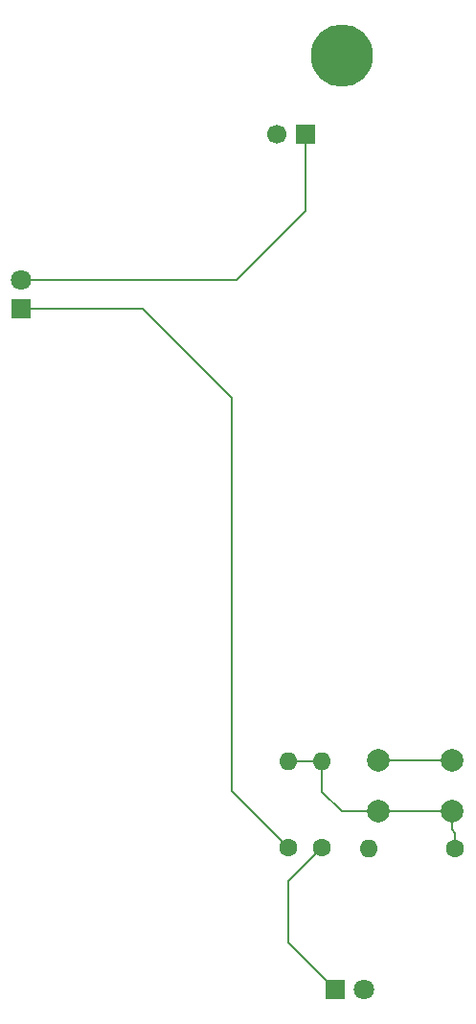
<source format=gbr>
%TF.GenerationSoftware,KiCad,Pcbnew,9.0.1*%
%TF.CreationDate,2025-04-28T16:37:28-06:00*%
%TF.ProjectId,Now were talkin,4e6f7720-7765-4726-9520-74616c6b696e,rev?*%
%TF.SameCoordinates,Original*%
%TF.FileFunction,Copper,L1,Top*%
%TF.FilePolarity,Positive*%
%FSLAX46Y46*%
G04 Gerber Fmt 4.6, Leading zero omitted, Abs format (unit mm)*
G04 Created by KiCad (PCBNEW 9.0.1) date 2025-04-28 16:37:28*
%MOMM*%
%LPD*%
G01*
G04 APERTURE LIST*
%TA.AperFunction,ComponentPad*%
%ADD10R,1.800000X1.800000*%
%TD*%
%TA.AperFunction,ComponentPad*%
%ADD11C,1.800000*%
%TD*%
%TA.AperFunction,ComponentPad*%
%ADD12R,1.700000X1.700000*%
%TD*%
%TA.AperFunction,ComponentPad*%
%ADD13C,1.700000*%
%TD*%
%TA.AperFunction,ComponentPad*%
%ADD14C,2.000000*%
%TD*%
%TA.AperFunction,ComponentPad*%
%ADD15C,1.600000*%
%TD*%
%TA.AperFunction,ComponentPad*%
%ADD16O,1.600000X1.600000*%
%TD*%
%TA.AperFunction,ViaPad*%
%ADD17C,5.500000*%
%TD*%
%TA.AperFunction,Conductor*%
%ADD18C,0.200000*%
%TD*%
G04 APERTURE END LIST*
D10*
%TO.P,D3,1,K*%
%TO.N,Net-(D3-K)*%
X140924867Y-108110290D03*
D11*
%TO.P,D3,2,A*%
%TO.N,Net-(BT2-+)*%
X140924867Y-105570290D03*
%TD*%
D10*
%TO.P,D4,1,K*%
%TO.N,Net-(D4-K)*%
X168632356Y-168204690D03*
D11*
%TO.P,D4,2,A*%
%TO.N,Net-(BT2-+)*%
X171172356Y-168204690D03*
%TD*%
D12*
%TO.P,M2,1,+*%
%TO.N,Net-(BT2-+)*%
X166072711Y-92718134D03*
D13*
%TO.P,M2,2,-*%
%TO.N,Net-(M2--)*%
X163532711Y-92718134D03*
%TD*%
D14*
%TO.P,SW2,1,1*%
%TO.N,Net-(R4-Pad2)*%
X172468314Y-152449588D03*
X178968314Y-152449588D03*
%TO.P,SW2,2,2*%
%TO.N,Net-(BT2--)*%
X172468314Y-147949588D03*
X178968314Y-147949588D03*
%TD*%
D15*
%TO.P,R6,1*%
%TO.N,Net-(R4-Pad2)*%
X179280878Y-155733415D03*
D16*
%TO.P,R6,2*%
%TO.N,Net-(M2--)*%
X171660878Y-155733415D03*
%TD*%
D15*
%TO.P,R5,1*%
%TO.N,Net-(D4-K)*%
X167500000Y-155659275D03*
D16*
%TO.P,R5,2*%
%TO.N,Net-(R4-Pad2)*%
X167500000Y-148039275D03*
%TD*%
D15*
%TO.P,R4,1*%
%TO.N,Net-(D3-K)*%
X164500000Y-155659275D03*
D16*
%TO.P,R4,2*%
%TO.N,Net-(R4-Pad2)*%
X164500000Y-148039275D03*
%TD*%
D17*
%TO.N,*%
X169274652Y-85718134D03*
%TD*%
D18*
%TO.N,Net-(BT2--)*%
X172468314Y-147949588D02*
X178968314Y-147949588D01*
%TO.N,Net-(BT2-+)*%
X140924867Y-105570290D02*
X159929710Y-105570290D01*
X159929710Y-105570290D02*
X166072711Y-99427289D01*
X166072711Y-99427289D02*
X166072711Y-92718134D01*
%TO.N,Net-(D3-K)*%
X151610290Y-108110290D02*
X140924867Y-108110290D01*
X159500000Y-150659275D02*
X159500000Y-116000000D01*
X159500000Y-116000000D02*
X151610290Y-108110290D01*
X164500000Y-155659275D02*
X159500000Y-150659275D01*
%TO.N,Net-(D4-K)*%
X164500000Y-164072334D02*
X168632356Y-168204690D01*
X164500000Y-158659275D02*
X164500000Y-164072334D01*
X167500000Y-155659275D02*
X164500000Y-158659275D01*
%TO.N,Net-(R4-Pad2)*%
X169214501Y-152449588D02*
X172468314Y-152449588D01*
X164500000Y-148039275D02*
X167500000Y-148039275D01*
X167500000Y-148039275D02*
X167500000Y-150735091D01*
X178968314Y-152449588D02*
X172468314Y-152449588D01*
X178968314Y-154093752D02*
X178968314Y-152449588D01*
X169214499Y-152449590D02*
X169214501Y-152449588D01*
X179280878Y-154406316D02*
X178968314Y-154093752D01*
X167500000Y-150735091D02*
X169214499Y-152449590D01*
X179280878Y-155733415D02*
X179280878Y-154406316D01*
X164339833Y-148058419D02*
X164320689Y-148039275D01*
%TD*%
M02*

</source>
